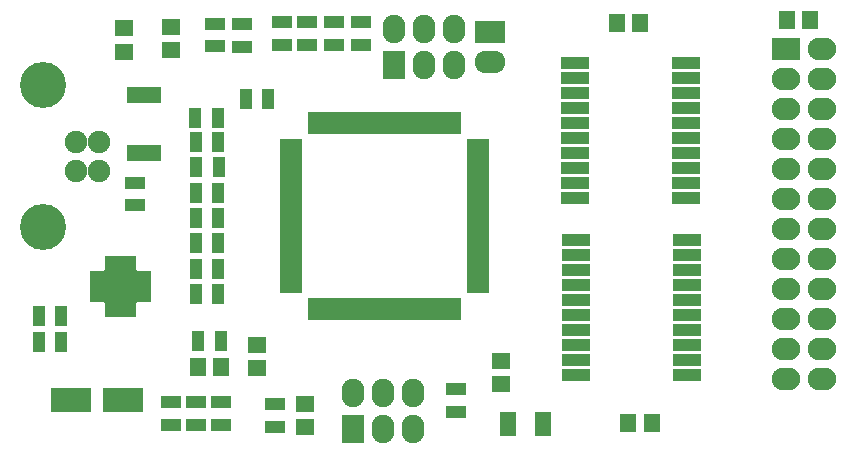
<source format=gbr>
G04 #@! TF.FileFunction,Soldermask,Top*
%FSLAX46Y46*%
G04 Gerber Fmt 4.6, Leading zero omitted, Abs format (unit mm)*
G04 Created by KiCad (PCBNEW no-vcs-found-product) date Mo 14 Sep 2015 21:18:45 CEST*
%MOMM*%
G01*
G04 APERTURE LIST*
%ADD10C,0.100000*%
%ADD11R,3.399740X2.000200*%
%ADD12R,1.400000X1.650000*%
%ADD13R,1.400000X2.000000*%
%ADD14R,1.650000X1.400000*%
%ADD15C,1.901140*%
%ADD16C,3.900120*%
%ADD17R,1.924000X2.398980*%
%ADD18O,1.924000X2.398980*%
%ADD19R,2.398980X1.924000*%
%ADD20O,2.398980X1.924000*%
%ADD21R,1.100000X1.700000*%
%ADD22R,1.700000X1.100000*%
%ADD23R,1.200000X0.750000*%
%ADD24R,0.750000X1.200000*%
%ADD25R,1.650000X1.650000*%
%ADD26R,1.900000X1.000000*%
%ADD27R,1.000000X1.900000*%
%ADD28R,2.350000X1.000000*%
%ADD29R,2.599640X1.924000*%
%ADD30O,2.599640X1.924000*%
%ADD31R,2.900000X1.400000*%
G04 APERTURE END LIST*
D10*
D11*
X122899640Y-108800000D03*
X118500360Y-108800000D03*
D12*
X131250000Y-106000000D03*
X129250000Y-106000000D03*
X165700000Y-110700000D03*
X167700000Y-110700000D03*
D13*
X155500000Y-110800000D03*
X158500000Y-110800000D03*
D12*
X164700000Y-76900000D03*
X166700000Y-76900000D03*
D14*
X123000000Y-79300000D03*
X123000000Y-77300000D03*
X134300000Y-106100000D03*
X134300000Y-104100000D03*
X154900000Y-107450000D03*
X154900000Y-105450000D03*
X127000000Y-77200000D03*
X127000000Y-79200000D03*
D12*
X179100000Y-76650000D03*
X181100000Y-76650000D03*
D14*
X138300000Y-111100000D03*
X138300000Y-109100000D03*
D15*
X118893800Y-86910800D03*
X118893800Y-89400000D03*
X120900400Y-89400000D03*
X120900400Y-86910800D03*
D16*
X116176000Y-82135600D03*
X116176000Y-94175200D03*
D17*
X145900000Y-80388920D03*
D18*
X145900000Y-77351080D03*
X148440000Y-80388920D03*
X148440000Y-77351080D03*
X150980000Y-80388920D03*
X150980000Y-77351080D03*
D19*
X179031080Y-79080000D03*
D20*
X182068920Y-79080000D03*
X179031080Y-81620000D03*
X182068920Y-81620000D03*
X179031080Y-84160000D03*
X182068920Y-84160000D03*
X179031080Y-86700000D03*
X182068920Y-86700000D03*
X179031080Y-89240000D03*
X182068920Y-89240000D03*
X179031080Y-91780000D03*
X182068920Y-91780000D03*
X179031080Y-94320000D03*
X182068920Y-94320000D03*
X179031080Y-96860000D03*
X182068920Y-96860000D03*
X179031080Y-99400000D03*
X182068920Y-99400000D03*
X179031080Y-101940000D03*
X182068920Y-101940000D03*
X179031080Y-104480000D03*
X182068920Y-104480000D03*
X179031080Y-107020000D03*
X182068920Y-107020000D03*
D21*
X131200000Y-103800000D03*
X129300000Y-103800000D03*
X115800000Y-103900000D03*
X117700000Y-103900000D03*
X115800000Y-101700000D03*
X117700000Y-101700000D03*
D22*
X123900000Y-90400000D03*
X123900000Y-92300000D03*
D21*
X130967000Y-86978400D03*
X129067000Y-86978400D03*
X131000000Y-89100000D03*
X129100000Y-89100000D03*
X130967000Y-91278400D03*
X129067000Y-91278400D03*
X130971000Y-93386100D03*
X129071000Y-93386100D03*
X130971000Y-95536100D03*
X129071000Y-95536100D03*
X130955000Y-97664200D03*
X129055000Y-97664200D03*
X130955000Y-99814200D03*
X129055000Y-99814200D03*
X133300000Y-83300000D03*
X135200000Y-83300000D03*
D22*
X126954000Y-108982000D03*
X126954000Y-110882000D03*
X129054000Y-108982000D03*
X129054000Y-110882000D03*
X131200000Y-109000000D03*
X131200000Y-110900000D03*
X133000000Y-78900000D03*
X133000000Y-77000000D03*
X130732000Y-78819600D03*
X130732000Y-76919600D03*
X135800000Y-109150000D03*
X135800000Y-111050000D03*
D21*
X130950000Y-84900000D03*
X129050000Y-84900000D03*
D22*
X138532000Y-78719600D03*
X138532000Y-76819600D03*
X140782000Y-78719600D03*
X140782000Y-76819600D03*
X143082000Y-78719600D03*
X143082000Y-76819600D03*
X136382000Y-78719600D03*
X136382000Y-76819600D03*
D23*
X120675000Y-98200000D03*
X120675000Y-98850000D03*
X120675000Y-99500000D03*
X120675000Y-100150000D03*
D24*
X121700000Y-101175000D03*
X122350000Y-101175000D03*
X123000000Y-101175000D03*
X123650000Y-101175000D03*
D23*
X124675000Y-100150000D03*
X124675000Y-99500000D03*
X124675000Y-98850000D03*
X124675000Y-98200000D03*
D24*
X123650000Y-97175000D03*
X123000000Y-97175000D03*
X122350000Y-97175000D03*
X121700000Y-97175000D03*
D25*
X123300000Y-99800000D03*
X123300000Y-98550000D03*
X122050000Y-99800000D03*
X122050000Y-98550000D03*
D26*
X137150000Y-87200000D03*
X137150000Y-88000000D03*
X137150000Y-88800000D03*
X137150000Y-89600000D03*
X137150000Y-90400000D03*
X137150000Y-91200000D03*
X137150000Y-92000000D03*
X137150000Y-92800000D03*
X137150000Y-93600000D03*
X137150000Y-94400000D03*
X137150000Y-95200000D03*
X137150000Y-96000000D03*
X137150000Y-96800000D03*
X137150000Y-97600000D03*
X137150000Y-98400000D03*
X137150000Y-99200000D03*
D27*
X139050000Y-101100000D03*
X139850000Y-101100000D03*
X140650000Y-101100000D03*
X141450000Y-101100000D03*
X142250000Y-101100000D03*
X143050000Y-101100000D03*
X143850000Y-101100000D03*
X144650000Y-101100000D03*
X145450000Y-101100000D03*
X146250000Y-101100000D03*
X147050000Y-101100000D03*
X147850000Y-101100000D03*
X148650000Y-101100000D03*
X149450000Y-101100000D03*
X150250000Y-101100000D03*
X151050000Y-101100000D03*
D26*
X152950000Y-99200000D03*
X152950000Y-98400000D03*
X152950000Y-97600000D03*
X152950000Y-96800000D03*
X152950000Y-96000000D03*
X152950000Y-95200000D03*
X152950000Y-94400000D03*
X152950000Y-93600000D03*
X152950000Y-92800000D03*
X152950000Y-92000000D03*
X152950000Y-91200000D03*
X152950000Y-90400000D03*
X152950000Y-89600000D03*
X152950000Y-88800000D03*
X152950000Y-88000000D03*
X152950000Y-87200000D03*
D27*
X151050000Y-85300000D03*
X150250000Y-85300000D03*
X149450000Y-85300000D03*
X148650000Y-85300000D03*
X147850000Y-85300000D03*
X147050000Y-85300000D03*
X146250000Y-85300000D03*
X145450000Y-85300000D03*
X144650000Y-85300000D03*
X143850000Y-85300000D03*
X143050000Y-85300000D03*
X142250000Y-85300000D03*
X141450000Y-85300000D03*
X140650000Y-85300000D03*
X139850000Y-85300000D03*
X139050000Y-85300000D03*
D28*
X161150000Y-80235000D03*
X161150000Y-81505000D03*
X161150000Y-82775000D03*
X161150000Y-84045000D03*
X161150000Y-85315000D03*
X161150000Y-86585000D03*
X161150000Y-87855000D03*
X161150000Y-89125000D03*
X161150000Y-90395000D03*
X161150000Y-91665000D03*
X170550000Y-91665000D03*
X170550000Y-90395000D03*
X170550000Y-89125000D03*
X170550000Y-87855000D03*
X170550000Y-86585000D03*
X170550000Y-85315000D03*
X170550000Y-84045000D03*
X170550000Y-82775000D03*
X170550000Y-81505000D03*
X170550000Y-80235000D03*
X161300000Y-95235000D03*
X161300000Y-96505000D03*
X161300000Y-97775000D03*
X161300000Y-99045000D03*
X161300000Y-100315000D03*
X161300000Y-101585000D03*
X161300000Y-102855000D03*
X161300000Y-104125000D03*
X161300000Y-105395000D03*
X161300000Y-106665000D03*
X170700000Y-106665000D03*
X170700000Y-105395000D03*
X170700000Y-104125000D03*
X170700000Y-102855000D03*
X170700000Y-101585000D03*
X170700000Y-100315000D03*
X170700000Y-99045000D03*
X170700000Y-97775000D03*
X170700000Y-96505000D03*
X170700000Y-95235000D03*
D17*
X142420000Y-111248920D03*
D18*
X142420000Y-108211080D03*
X144960000Y-111248920D03*
X144960000Y-108211080D03*
X147500000Y-111248920D03*
X147500000Y-108211080D03*
D29*
X154000000Y-77660000D03*
D30*
X154000000Y-80200000D03*
D22*
X151100000Y-109800000D03*
X151100000Y-107900000D03*
D31*
X124700000Y-87900000D03*
X124700000Y-83000000D03*
M02*

</source>
